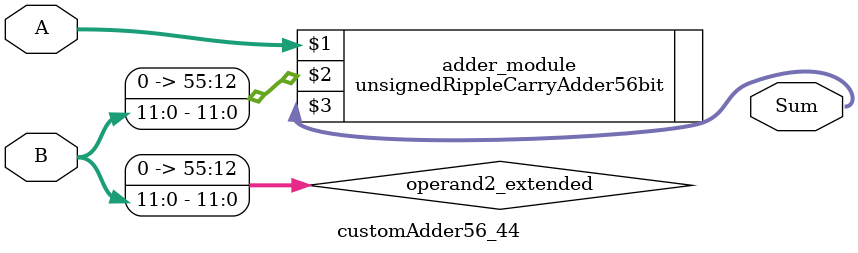
<source format=v>
module customAdder56_44(
                        input [55 : 0] A,
                        input [11 : 0] B,
                        
                        output [56 : 0] Sum
                );

        wire [55 : 0] operand2_extended;
        
        assign operand2_extended =  {44'b0, B};
        
        unsignedRippleCarryAdder56bit adder_module(
            A,
            operand2_extended,
            Sum
        );
        
        endmodule
        
</source>
